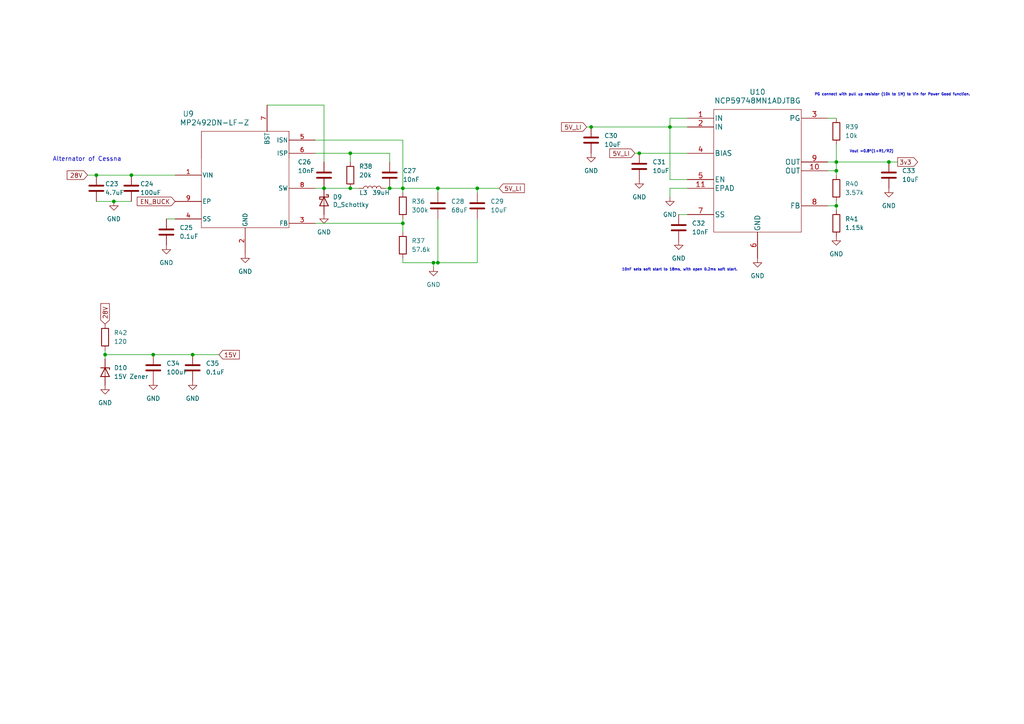
<source format=kicad_sch>
(kicad_sch (version 20230121) (generator eeschema)
  (paper "A4")
  (lib_symbols
    (symbol "Device:C" (pin_numbers hide) (pin_names (offset 0.254))
      (property "Reference" "C" (at 0.635 2.54 0))
      (property "Value" "C" (at 0.635 -2.54 0))
      (symbol "C_0_1"
        (polyline (pts (xy -2.032 -0.762) (xy 2.032 -0.762)) (stroke (width 0.508)))
        (polyline (pts (xy -2.032 0.762) (xy 2.032 0.762)) (stroke (width 0.508)))
      )
      (symbol "C_1_1"
        (pin passive line (at 0 3.81 270) (length 2.794) (name "~") (number "1"))
        (pin passive line (at 0 -3.81 90) (length 2.794) (name "~") (number "2"))
      )
    )
    (symbol "Device:D_Schottky" (pin_numbers hide) (pin_names (offset 1.016) hide)
      (property "Reference" "D" (at 0 2.54 0))
      (property "Value" "D_Schottky" (at 0 -2.54 0))
      (symbol "D_Schottky_0_1"
        (polyline (pts (xy 1.27 0) (xy -1.27 0)))
        (polyline (pts (xy 1.27 1.27) (xy 1.27 -1.27) (xy -1.27 0) (xy 1.27 1.27)) (stroke (width 0.254)))
        (polyline (pts (xy -1.905 0.635) (xy -1.905 1.27) (xy -1.27 1.27) (xy -1.27 -1.27) (xy -0.635 -1.27) (xy -0.635 -0.635)) (stroke (width 0.254)))
      )
      (symbol "D_Schottky_1_1"
        (pin passive line (at -3.81 0 0) (length 2.54) (name "K") (number "1"))
        (pin passive line (at 3.81 0 180) (length 2.54) (name "A") (number "2"))
      )
    )
    (symbol "Device:D_Zener" (pin_numbers hide) (pin_names (offset 1.016) hide)
      (property "Reference" "D" (at 0 2.54 0))
      (property "Value" "D_Zener" (at 0 -2.54 0))
      (symbol "D_Zener_0_1"
        (polyline (pts (xy 1.27 0) (xy -1.27 0)))
        (polyline (pts (xy -1.27 -1.27) (xy -1.27 1.27) (xy -0.762 1.27)) (stroke (width 0.254)))
        (polyline (pts (xy 1.27 -1.27) (xy 1.27 1.27) (xy -1.27 0) (xy 1.27 -1.27)) (stroke (width 0.254)))
      )
      (symbol "D_Zener_1_1"
        (pin passive line (at -3.81 0 0) (length 2.54) (name "K") (number "1"))
        (pin passive line (at 3.81 0 180) (length 2.54) (name "A") (number "2"))
      )
    )
    (symbol "Device:L" (pin_numbers hide) (pin_names (offset 1.016) hide)
      (property "Reference" "L" (at -1.27 0 90))
      (property "Value" "L" (at 1.905 0 90))
      (symbol "L_0_1"
        (arc (start 0 -2.54) (mid 0.6323 -1.905) (end 0 -1.27))
        (arc (start 0 -1.27) (mid 0.6323 -0.635) (end 0 0))
        (arc (start 0 0) (mid 0.6323 0.635) (end 0 1.27))
        (arc (start 0 1.27) (mid 0.6323 1.905) (end 0 2.54))
      )
      (symbol "L_1_1"
        (pin passive line (at 0 3.81 270) (length 1.27) (name "1") (number "1"))
        (pin passive line (at 0 -3.81 90) (length 1.27) (name "2") (number "2"))
      )
    )
    (symbol "Device:R" (pin_numbers hide) (pin_names (offset 0))
      (property "Reference" "R" (at 2.032 0 90))
      (property "Value" "R" (at 0 0 90))
      (symbol "R_0_1"
        (rectangle (start -1.016 -2.54) (end 1.016 2.54) (stroke (width 0.254)))
      )
      (symbol "R_1_1"
        (pin passive line (at 0 3.81 270) (length 1.27) (name "~") (number "1"))
        (pin passive line (at 0 -3.81 90) (length 1.27) (name "~") (number "2"))
      )
    )
    (symbol "MP2492DN-LF-Z:MP2492DN-LF-Z" (pin_names (offset 0.254))
      (property "Reference" "U9" (at 3.81 17.78 0))
      (property "Value" "MP2492DN-LF-Z" (at 11.43 15.24 0))
      (symbol "MP2492DN-LF-Z_0_1"
        (polyline (pts (xy 7.62 -15.24) (xy 33.02 -15.24)) (stroke (width 0.127)))
        (polyline (pts (xy 7.62 5.08) (xy 7.62 -15.24)) (stroke (width 0.127)))
        (polyline (pts (xy 33.02 -15.24) (xy 33.02 5.08)) (stroke (width 0.127)))
        (polyline (pts (xy 33.02 12.7) (xy 7.62 12.7)) (stroke (width 0.127)))
        (pin power_in line (at 0 0 0) (length 7.62) (name "VIN") (number "1"))
        (pin power_in line (at 20.32 -22.86 90) (length 7.62) (name "GND") (number "2"))
        (pin unspecified line (at 40.64 -13.97 180) (length 7.62) (name "FB") (number "3"))
        (pin unspecified line (at 0 -12.7 0) (length 7.62) (name "SS") (number "4"))
        (pin input line (at 40.64 10.16 180) (length 7.62) (name "ISN") (number "5"))
        (pin unspecified line (at 40.64 6.35 180) (length 7.62) (name "ISP") (number "6"))
        (pin power_in line (at 26.67 20.32 270) (length 7.62) (name "BST") (number "7"))
        (pin output line (at 40.64 -3.81 180) (length 7.62) (name "SW") (number "8"))
        (pin power_in line (at 0 -7.62 0) (length 7.62) (name "EP") (number "9"))
      )
      (symbol "MP2492DN-LF-Z_1_1"
        (polyline (pts (xy 7.62 12.7) (xy 7.62 5.08)))
        (polyline (pts (xy 33.02 12.7) (xy 33.02 5.08)))
      )
    )
    (symbol "NCP59748MN1ADJTBG:NCP59748MN1ADJTBG" (pin_names (offset 0.254))
      (property "Reference" "U2" (at 20.32 11.43 0))
      (property "Value" "NCP59748MN1ADJTBG" (at 20.32 7.62 0))
      (symbol "NCP59748MN1ADJTBG_1_1"
        (polyline (pts (xy 7.62 -30.48) (xy 33.02 -30.48)) (stroke (width 0.127)))
        (polyline (pts (xy 7.62 5.08) (xy 7.62 -30.48)) (stroke (width 0.127)))
        (polyline (pts (xy 33.02 -30.48) (xy 33.02 5.08)) (stroke (width 0.127)))
        (polyline (pts (xy 33.02 5.08) (xy 7.62 5.08)) (stroke (width 0.127)))
        (pin input line (at 0 2.54 0) (length 7.62) (name "IN") (number "1"))
        (pin output line (at 40.64 -12.7 180) (length 7.62) (name "OUT") (number "10"))
        (pin unspecified line (at 0 -17.78 0) (length 7.62) (name "EPAD") (number "11"))
        (pin input line (at 0 0 0) (length 7.62) (name "IN") (number "2"))
        (pin output line (at 40.64 2.54 180) (length 7.62) (name "PG") (number "3"))
        (pin input line (at 0 -7.62 0) (length 7.62) (name "BIAS") (number "4"))
        (pin unspecified line (at 0 -15.24 0) (length 7.62) (name "EN") (number "5"))
        (pin power_in line (at 20.32 -38.1 90) (length 7.62) (name "GND") (number "6"))
        (pin output line (at 0 -25.4 0) (length 7.62) (name "SS") (number "7"))
        (pin output line (at 40.64 -22.86 180) (length 7.62) (name "FB") (number "8"))
        (pin output line (at 40.64 -10.16 180) (length 7.62) (name "OUT") (number "9"))
      )
    )
    (symbol "power:GND" (power) (pin_names (offset 0))
      (property "Value" "GND" (at 0 -3.81 0))
      (symbol "GND_0_1"
        (polyline (pts (xy 0 0) (xy 0 -1.27) (xy 1.27 -1.27) (xy 0 -2.54) (xy -1.27 -1.27) (xy 0 -1.27)))
      )
      (symbol "GND_1_1"
        (pin power_in line (at 0 0 270) (length 0) hide (name "GND") (number "1"))
      )
    )
  )
  (junction (at 33.02 58.42))
  (junction (at 257.81 46.99))
  (junction (at 116.84 54.61))
  (junction (at 30.48 102.87))
  (junction (at 113.03 54.61))
  (junction (at 242.57 59.69))
  (junction (at 127 76.2))
  (junction (at 194.31 36.83))
  (junction (at 44.45 102.87))
  (junction (at 38.1 50.8))
  (junction (at 93.98 54.61))
  (junction (at 27.94 50.8))
  (junction (at 125.73 76.2))
  (junction (at 242.57 46.99))
  (junction (at 138.43 54.61))
  (junction (at 242.57 49.53))
  (junction (at 127 54.61))
  (junction (at 185.42 44.45))
  (junction (at 116.84 64.77))
  (junction (at 171.45 36.83))
  (junction (at 55.88 102.87))
  (junction (at 101.6 54.61))
  (junction (at 101.6 44.45))
  (wire (pts (xy 116.84 54.61) (xy 116.84 40.64)))
  (wire (pts (xy 194.31 36.83) (xy 199.39 36.83)))
  (wire (pts (xy 242.57 49.53) (xy 242.57 46.99)))
  (wire (pts (xy 44.45 102.87) (xy 55.88 102.87)))
  (wire (pts (xy 194.31 52.07) (xy 194.31 36.83)))
  (wire (pts (xy 30.48 102.87) (xy 30.48 104.14)))
  (wire (pts (xy 240.03 49.53) (xy 242.57 49.53)))
  (wire (pts (xy 25.4 50.8) (xy 27.94 50.8)))
  (wire (pts (xy 242.57 59.69) (xy 242.57 58.42)))
  (wire (pts (xy 91.44 64.77) (xy 116.84 64.77)))
  (wire (pts (xy 170.18 36.83) (xy 171.45 36.83)))
  (wire (pts (xy 127 54.61) (xy 138.43 54.61)))
  (wire (pts (xy 111.76 54.61) (xy 113.03 54.61)))
  (wire (pts (xy 116.84 63.5) (xy 116.84 64.77)))
  (wire (pts (xy 240.03 59.69) (xy 242.57 59.69)))
  (wire (pts (xy 116.84 76.2) (xy 125.73 76.2)))
  (wire (pts (xy 116.84 54.61) (xy 116.84 55.88)))
  (wire (pts (xy 116.84 54.61) (xy 127 54.61)))
  (wire (pts (xy 91.44 54.61) (xy 93.98 54.61)))
  (wire (pts (xy 240.03 34.29) (xy 242.57 34.29)))
  (wire (pts (xy 116.84 40.64) (xy 91.44 40.64)))
  (wire (pts (xy 127 63.5) (xy 127 76.2)))
  (wire (pts (xy 113.03 54.61) (xy 116.84 54.61)))
  (wire (pts (xy 77.47 30.48) (xy 93.98 30.48)))
  (wire (pts (xy 33.02 58.42) (xy 38.1 58.42)))
  (wire (pts (xy 199.39 34.29) (xy 194.31 34.29)))
  (wire (pts (xy 116.84 74.93) (xy 116.84 76.2)))
  (wire (pts (xy 127 76.2) (xy 138.43 76.2)))
  (wire (pts (xy 91.44 44.45) (xy 101.6 44.45)))
  (wire (pts (xy 127 54.61) (xy 127 55.88)))
  (wire (pts (xy 199.39 54.61) (xy 194.31 54.61)))
  (wire (pts (xy 93.98 54.61) (xy 101.6 54.61)))
  (wire (pts (xy 138.43 54.61) (xy 144.78 54.61)))
  (wire (pts (xy 48.26 63.5) (xy 50.8 63.5)))
  (wire (pts (xy 93.98 30.48) (xy 93.98 46.99)))
  (wire (pts (xy 101.6 44.45) (xy 113.03 44.45)))
  (wire (pts (xy 38.1 50.8) (xy 50.8 50.8)))
  (wire (pts (xy 55.88 102.87) (xy 63.5 102.87)))
  (wire (pts (xy 101.6 44.45) (xy 101.6 46.99)))
  (wire (pts (xy 199.39 44.45) (xy 185.42 44.45)))
  (wire (pts (xy 30.48 102.87) (xy 44.45 102.87)))
  (wire (pts (xy 257.81 46.99) (xy 260.35 46.99)))
  (wire (pts (xy 194.31 54.61) (xy 194.31 57.15)))
  (wire (pts (xy 27.94 50.8) (xy 38.1 50.8)))
  (wire (pts (xy 27.94 58.42) (xy 33.02 58.42)))
  (wire (pts (xy 113.03 44.45) (xy 113.03 46.99)))
  (wire (pts (xy 196.85 62.23) (xy 199.39 62.23)))
  (wire (pts (xy 240.03 46.99) (xy 242.57 46.99)))
  (wire (pts (xy 30.48 101.6) (xy 30.48 102.87)))
  (wire (pts (xy 242.57 41.91) (xy 242.57 46.99)))
  (wire (pts (xy 242.57 49.53) (xy 242.57 50.8)))
  (wire (pts (xy 242.57 46.99) (xy 257.81 46.99)))
  (wire (pts (xy 116.84 64.77) (xy 116.84 67.31)))
  (wire (pts (xy 194.31 34.29) (xy 194.31 36.83)))
  (wire (pts (xy 199.39 52.07) (xy 194.31 52.07)))
  (wire (pts (xy 127 76.2) (xy 125.73 76.2)))
  (wire (pts (xy 242.57 59.69) (xy 242.57 60.96)))
  (wire (pts (xy 138.43 54.61) (xy 138.43 55.88)))
  (wire (pts (xy 171.45 36.83) (xy 194.31 36.83)))
  (wire (pts (xy 125.73 76.2) (xy 125.73 77.47)))
  (wire (pts (xy 138.43 63.5) (xy 138.43 76.2)))
  (wire (pts (xy 101.6 54.61) (xy 104.14 54.61)))
  (wire (pts (xy 185.42 44.45) (xy 184.15 44.45)))
  (text "Vout =0.8*(1+R1/R2)" (at 246.38 44.45 0) (effects (font (size 0.75 0.75)) (justify left bottom)))
  (text "PG connect with pull up resistor (10k to 1M) to Vin for Power Good function." (at 236.22 27.94 0) (effects (font (size 0.75 0.75)) (justify left bottom)))
  (text "10nF sets soft start to 18ms, with open 0.2ms soft start." (at 180.34 78.74 0) (effects (font (size 0.75 0.75)) (justify left bottom)))
  (text "Alternator of Cessna" (at 15.24 46.99 0) (effects (font (size 1.27 1.27)) (justify left bottom)))
  (global_label "15V" (shape input) (at 63.5 102.87 0) (property "Intersheetrefs" "${INTERSHEET_REFS}" (effects hide)))
  (global_label "5V_LI" (shape input) (at 144.78 54.61 0) (property "Intersheetrefs" "${INTERSHEET_REFS}" (effects hide)))
  (global_label "28V" (shape input) (at 25.4 50.8 180) (property "Intersheetrefs" "${INTERSHEET_REFS}" (effects hide)))
  (global_label "5V_LI" (shape input) (at 184.15 44.45 180) (property "Intersheetrefs" "${INTERSHEET_REFS}" (effects hide)))
  (global_label "5V_LI" (shape input) (at 170.18 36.83 180) (property "Intersheetrefs" "${INTERSHEET_REFS}" (effects hide)))
  (global_label "3v3" (shape output) (at 260.35 46.99 0) (property "Intersheetrefs" "${INTERSHEET_REFS}" (effects hide)))
  (global_label "EN_BUCK" (shape input) (at 50.8 58.42 180) (property "Intersheetrefs" "${INTERSHEET_REFS}" (effects hide)))
  (global_label "28V" (shape input) (at 30.48 93.98 90) (property "Intersheetrefs" "${INTERSHEET_REFS}" (effects hide)))
  (symbol (lib_id "Device:C") (at 257.81 50.8 0) (unit 1)
    (property "Reference" "C33" (at 261.62 49.5299 0) (effects (justify left)))
    (property "Value" "10uF" (at 261.62 52.0699 0) (effects (justify left)))
    (property "Footprint" "Capacitor_SMD:C_1206_3216Metric" (effects hide))
    (instances (project "james_ewing_ee_design_take_home" (path "" (reference "C33") (unit 1))) (project "Capstone_PCB" (path "" (reference "C4") (unit 1))))
  )
  (symbol (lib_id "Device:R") (at 116.84 71.12 0) (unit 1)
    (property "Reference" "R37" (at 119.38 69.85 0) (effects (justify left)))
    (property "Value" "57.6k" (at 119.38 72.39 0) (effects (justify left)))
  )
  (symbol (lib_id "power:GND") (at 48.26 71.12 0) (unit 1)
    (property "Reference" "#PWR049" (effects hide))
    (property "Value" "GND" (at 48.26 76.2 0))
  )
  (symbol (lib_id "power:GND") (at 33.02 58.42 0) (unit 1)
    (property "Reference" "#PWR047" (effects hide))
    (property "Value" "GND" (at 33.02 63.5 0))
  )
  (symbol (lib_id "NCP59748MN1ADJTBG:NCP59748MN1ADJTBG") (at 199.39 36.83 0) (unit 1)
    (property "Reference" "U10" (at 219.71 26.67 0) (effects (font (size 1.524 1.524))))
    (property "Value" "NCP59748MN1ADJTBG" (at 219.71 29.21 0) (effects (font (size 1.524 1.524))))
    (property "Footprint" "NCP59748MN1ADJTBG:NCP59748MN1ADJTBG" (effects hide))
    (instances (project "james_ewing_ee_design_take_home" (path "" (reference "U10") (unit 1))) (project "Capstone_PCB" (path "" (reference "U2") (unit 1))))
  )
  (symbol (lib_id "power:GND") (at 257.81 54.61 0) (unit 1)
    (property "Reference" "#PWR058" (effects hide))
    (property "Value" "GND" (at 257.81 59.69 0))
    (instances (project "james_ewing_ee_design_take_home" (path "" (reference "#PWR058") (unit 1))) (project "Capstone_PCB" (path "" (reference "#PWR0106") (unit 1))))
  )
  (symbol (lib_id "power:GND") (at 44.45 110.49 0) (unit 1)
    (property "Reference" "#PWR060" (effects hide))
    (property "Value" "GND" (at 44.45 115.57 0))
  )
  (symbol (lib_id "Device:C") (at 171.45 40.64 0) (unit 1)
    (property "Reference" "C30" (at 175.26 39.3699 0) (effects (justify left)))
    (property "Value" "10uF" (at 175.26 41.9099 0) (effects (justify left)))
    (property "Footprint" "Capacitor_SMD:C_1206_3216Metric" (effects hide))
    (instances (project "james_ewing_ee_design_take_home" (path "" (reference "C30") (unit 1))) (project "Capstone_PCB" (path "" (reference "C1") (unit 1))))
  )
  (symbol (lib_id "Device:R") (at 101.6 50.8 0) (unit 1)
    (property "Reference" "R38" (at 104.14 48.26 0) (effects (justify left)))
    (property "Value" "20k" (at 104.14 50.8 0) (effects (justify left)))
  )
  (symbol (lib_id "Device:R") (at 30.48 97.79 0) (unit 1)
    (property "Reference" "R42" (at 33.02 96.52 0) (effects (justify left)))
    (property "Value" "120" (at 33.02 99.06 0) (effects (justify left)))
  )
  (symbol (lib_id "power:GND") (at 71.12 73.66 0) (unit 1)
    (property "Reference" "#PWR050" (effects hide))
    (property "Value" "GND" (at 71.12 78.74 0))
  )
  (symbol (lib_id "Device:C") (at 113.03 50.8 0) (unit 1)
    (property "Reference" "C27" (at 116.84 49.53 0) (effects (justify left)))
    (property "Value" "10nF" (at 116.84 52.07 0) (effects (justify left)))
  )
  (symbol (lib_id "Device:C") (at 55.88 106.68 0) (unit 1)
    (property "Reference" "C35" (at 59.69 105.41 0) (effects (justify left)))
    (property "Value" "0.1uF" (at 59.69 107.95 0) (effects (justify left)))
  )
  (symbol (lib_id "Device:R") (at 116.84 59.69 0) (unit 1)
    (property "Reference" "R36" (at 119.38 58.42 0) (effects (justify left)))
    (property "Value" "300k" (at 119.38 60.96 0) (effects (justify left)))
  )
  (symbol (lib_id "Device:R") (at 242.57 64.77 0) (unit 1)
    (property "Reference" "R41" (at 245.11 63.4999 0) (effects (justify left)))
    (property "Value" "1.15k" (at 245.11 66.0399 0) (effects (justify left)))
    (property "Footprint" "Resistor_SMD:R_1206_3216Metric" (effects hide))
    (instances (project "james_ewing_ee_design_take_home" (path "" (reference "R41") (unit 1))) (project "Capstone_PCB" (path "" (reference "R2") (unit 1))))
  )
  (symbol (lib_id "power:GND") (at 30.48 111.76 0) (unit 1)
    (property "Reference" "#PWR059" (effects hide))
    (property "Value" "GND" (at 30.48 116.84 0))
  )
  (symbol (lib_id "power:GND") (at 55.88 110.49 0) (unit 1)
    (property "Reference" "#PWR061" (effects hide))
    (property "Value" "GND" (at 55.88 115.57 0))
  )
  (symbol (lib_id "Device:C") (at 48.26 67.31 0) (unit 1)
    (property "Reference" "C25" (at 52.07 66.04 0) (effects (justify left)))
    (property "Value" "0.1uF" (at 52.07 68.58 0) (effects (justify left)))
  )
  (symbol (lib_id "power:GND") (at 171.45 44.45 0) (unit 1)
    (property "Reference" "#PWR048" (effects hide))
    (property "Value" "GND" (at 171.45 49.53 0))
    (instances (project "james_ewing_ee_design_take_home" (path "" (reference "#PWR048") (unit 1))) (project "Capstone_PCB" (path "" (reference "#PWR0105") (unit 1))))
  )
  (symbol (lib_id "power:GND") (at 185.42 52.07 0) (unit 1)
    (property "Reference" "#PWR053" (effects hide))
    (property "Value" "GND" (at 185.42 57.15 0))
    (instances (project "james_ewing_ee_design_take_home" (path "" (reference "#PWR053") (unit 1))) (project "Capstone_PCB" (path "" (reference "#PWR0111") (unit 1))))
  )
  (symbol (lib_id "power:GND") (at 219.71 74.93 0) (unit 1)
    (property "Reference" "#PWR056" (effects hide))
    (property "Value" "GND" (at 219.71 80.01 0))
    (instances (project "james_ewing_ee_design_take_home" (path "" (reference "#PWR056") (unit 1))) (project "Capstone_PCB" (path "" (reference "#PWR0109") (unit 1))))
  )
  (symbol (lib_id "Device:C") (at 44.45 106.68 0) (unit 1)
    (property "Reference" "C34" (at 48.26 105.41 0) (effects (justify left)))
    (property "Value" "100uF" (at 48.26 107.95 0) (effects (justify left)))
  )
  (symbol (lib_id "power:GND") (at 196.85 69.85 0) (unit 1)
    (property "Reference" "#PWR055" (effects hide))
    (property "Value" "GND" (at 196.85 74.93 0))
    (instances (project "james_ewing_ee_design_take_home" (path "" (reference "#PWR055") (unit 1))) (project "Capstone_PCB" (path "" (reference "#PWR0108") (unit 1))))
  )
  (symbol (lib_id "power:GND") (at 125.73 77.47 0) (unit 1)
    (property "Reference" "#PWR052" (effects hide))
    (property "Value" "GND" (at 125.73 82.55 0))
  )
  (symbol (lib_id "Device:C") (at 38.1 54.61 0) (unit 1)
    (property "Reference" "C24" (at 40.64 53.34 0) (effects (justify left)))
    (property "Value" "100uF" (at 40.64 55.88 0) (effects (justify left)))
  )
  (symbol (lib_id "Device:C") (at 27.94 54.61 0) (unit 1)
    (property "Reference" "C23" (at 30.48 53.34 0) (effects (justify left)))
    (property "Value" "4.7uF" (at 30.48 55.88 0) (effects (justify left)))
  )
  (symbol (lib_id "Device:L") (at 107.95 54.61 90) (unit 1)
    (property "Reference" "L3" (at 105.41 55.88 90))
    (property "Value" "39uH" (at 110.49 55.88 90))
  )
  (symbol (lib_id "Device:R") (at 242.57 38.1 0) (unit 1)
    (property "Reference" "R39" (at 245.11 36.8299 0) (effects (justify left)))
    (property "Value" "10k" (at 245.11 39.3699 0) (effects (justify left)))
    (property "Footprint" "Resistor_SMD:R_1206_3216Metric" (effects hide))
    (instances (project "james_ewing_ee_design_take_home" (path "" (reference "R39") (unit 1))) (project "Capstone_PCB" (path "" (reference "R3") (unit 1))))
  )
  (symbol (lib_id "Device:C") (at 138.43 59.69 0) (unit 1)
    (property "Reference" "C29" (at 142.24 58.42 0) (effects (justify left)))
    (property "Value" "10uF" (at 142.24 60.96 0) (effects (justify left)))
  )
  (symbol (lib_id "power:GND") (at 242.57 68.58 0) (unit 1)
    (property "Reference" "#PWR057" (effects hide))
    (property "Value" "GND" (at 242.57 73.66 0))
    (instances (project "james_ewing_ee_design_take_home" (path "" (reference "#PWR057") (unit 1))) (project "Capstone_PCB" (path "" (reference "#PWR0107") (unit 1))))
  )
  (symbol (lib_id "Device:D_Schottky") (at 93.98 58.42 270) (unit 1)
    (property "Reference" "D9" (at 96.52 57.15 90) (effects (justify left)))
    (property "Value" "D_Schottky" (at 96.52 59.3725 90) (effects (justify left)))
  )
  (symbol (lib_id "MP2492DN-LF-Z:MP2492DN-LF-Z") (at 50.8 50.8 0) (unit 1)
    (property "Reference" "U9" (at 54.61 33.02 0) (effects (font (size 1.524 1.524))))
    (property "Value" "MP2492DN-LF-Z" (at 62.23 35.56 0) (effects (font (size 1.524 1.524))))
    (property "Footprint" "SOIC8E_MP2492_MNP" (effects hide))
    (property "Datasheet" "MP2492DN-LF-Z" (effects hide))
  )
  (symbol (lib_id "Device:C") (at 196.85 66.04 0) (unit 1)
    (property "Reference" "C32" (at 200.66 64.7699 0) (effects (justify left)))
    (property "Value" "10nF" (at 200.66 67.3099 0) (effects (justify left)))
    (property "Footprint" "Capacitor_SMD:C_1206_3216Metric" (effects hide))
    (instances (project "james_ewing_ee_design_take_home" (path "" (reference "C32") (unit 1))) (project "Capstone_PCB" (path "" (reference "C2") (unit 1))))
  )
  (symbol (lib_id "power:GND") (at 93.98 62.23 0) (unit 1)
    (property "Reference" "#PWR051" (effects hide))
    (property "Value" "GND" (at 93.98 67.31 0))
  )
  (symbol (lib_id "Device:R") (at 242.57 54.61 0) (unit 1)
    (property "Reference" "R40" (at 245.11 53.3399 0) (effects (justify left)))
    (property "Value" "3.57k" (at 245.11 55.8799 0) (effects (justify left)))
    (property "Footprint" "Resistor_SMD:R_1206_3216Metric" (effects hide))
    (instances (project "james_ewing_ee_design_take_home" (path "" (reference "R40") (unit 1))) (project "Capstone_PCB" (path "" (reference "R1") (unit 1))))
  )
  (symbol (lib_id "Device:D_Zener") (at 30.48 107.95 270) (unit 1)
    (property "Reference" "D10" (at 33.02 106.68 90) (effects (justify left)))
    (property "Value" "15V Zener" (at 33.02 109.22 90) (effects (justify left)))
  )
  (symbol (lib_id "Device:C") (at 127 59.69 0) (unit 1)
    (property "Reference" "C28" (at 130.81 58.42 0) (effects (justify left)))
    (property "Value" "68uF" (at 130.81 60.96 0) (effects (justify left)))
  )
  (symbol (lib_id "Device:C") (at 185.42 48.26 0) (unit 1)
    (property "Reference" "C31" (at 189.23 46.9899 0) (effects (justify left)))
    (property "Value" "10uF" (at 189.23 49.5299 0) (effects (justify left)))
    (property "Footprint" "Capacitor_SMD:C_1206_3216Metric" (effects hide))
    (instances (project "james_ewing_ee_design_take_home" (path "" (reference "C31") (unit 1))) (project "Capstone_PCB" (path "" (reference "C3") (unit 1))))
  )
  (symbol (lib_id "power:GND") (at 194.31 57.15 0) (unit 1)
    (property "Reference" "#PWR054" (effects hide))
    (property "Value" "GND" (at 194.31 62.23 0))
    (instances (project "james_ewing_ee_design_take_home" (path "" (reference "#PWR054") (unit 1))) (project "Capstone_PCB" (path "" (reference "#PWR0110") (unit 1))))
  )
  (symbol (lib_id "Device:C") (at 93.98 50.8 0) (unit 1)
    (property "Reference" "C26" (at 86.36 46.99 0) (effects (justify left)))
    (property "Value" "10nF" (at 86.36 49.53 0) (effects (justify left)))
  )
)
</source>
